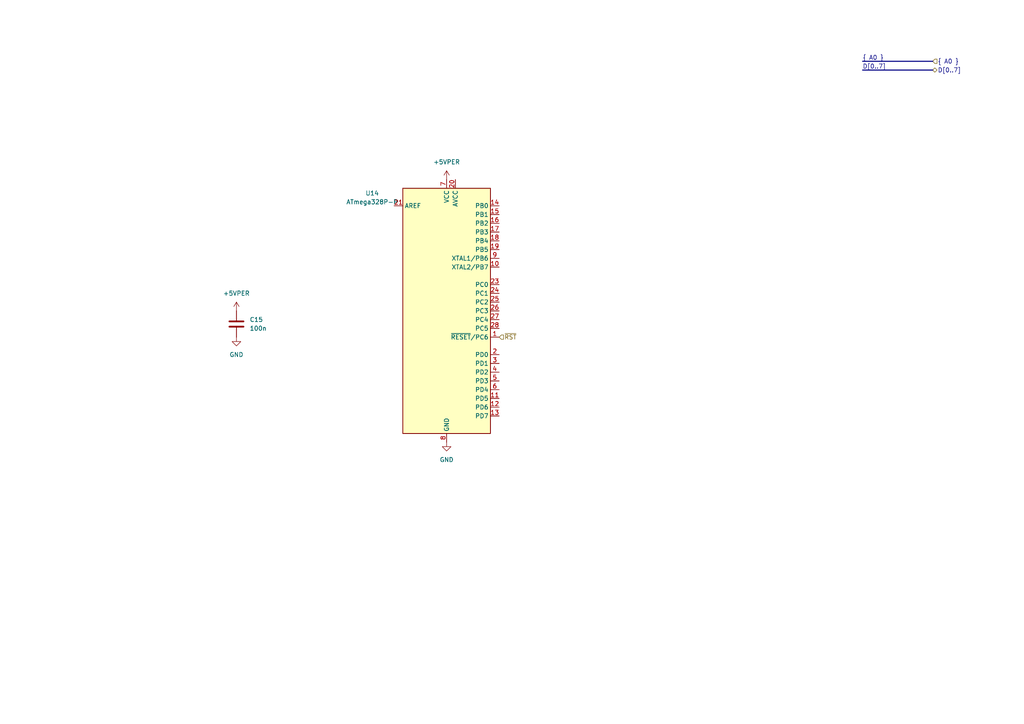
<source format=kicad_sch>
(kicad_sch (version 20230121) (generator eeschema)
  (paper "A4")
  (lib_symbols
    (symbol "Device:C" (pin_numbers hide) (pin_names (offset 0.254))
      (property "Reference" "C" (at 0.635 2.54 0))
      (property "Value" "C" (at 0.635 -2.54 0))
      (symbol "C_0_1"
        (polyline (pts (xy -2.032 -0.762) (xy 2.032 -0.762)) (stroke (width 0.508)))
        (polyline (pts (xy -2.032 0.762) (xy 2.032 0.762)) (stroke (width 0.508)))
      )
      (symbol "C_1_1"
        (pin passive line (at 0 3.81 270) (length 2.794) (name "~") (number "1"))
        (pin passive line (at 0 -3.81 90) (length 2.794) (name "~") (number "2"))
      )
    )
    (symbol "MCU_Microchip_ATmega:ATmega328P-P"
      (property "Reference" "U" (at -12.7 36.83 0))
      (property "Value" "ATmega328P-P" (at 2.54 -36.83 0))
      (symbol "ATmega328P-P_0_1"
        (rectangle (start -12.7 -35.56) (end 12.7 35.56) (stroke (width 0.254)) (fill (type background)))
      )
      (symbol "ATmega328P-P_1_1"
        (pin bidirectional line (at 15.24 -7.62 180) (length 2.54) (name "~{RESET}/PC6") (number "1"))
        (pin bidirectional line (at 15.24 12.7 180) (length 2.54) (name "XTAL2/PB7") (number "10"))
        (pin bidirectional line (at 15.24 -25.4 180) (length 2.54) (name "PD5") (number "11"))
        (pin bidirectional line (at 15.24 -27.94 180) (length 2.54) (name "PD6") (number "12"))
        (pin bidirectional line (at 15.24 -30.48 180) (length 2.54) (name "PD7") (number "13"))
        (pin bidirectional line (at 15.24 30.48 180) (length 2.54) (name "PB0") (number "14"))
        (pin bidirectional line (at 15.24 27.94 180) (length 2.54) (name "PB1") (number "15"))
        (pin bidirectional line (at 15.24 25.4 180) (length 2.54) (name "PB2") (number "16"))
        (pin bidirectional line (at 15.24 22.86 180) (length 2.54) (name "PB3") (number "17"))
        (pin bidirectional line (at 15.24 20.32 180) (length 2.54) (name "PB4") (number "18"))
        (pin bidirectional line (at 15.24 17.78 180) (length 2.54) (name "PB5") (number "19"))
        (pin bidirectional line (at 15.24 -12.7 180) (length 2.54) (name "PD0") (number "2"))
        (pin power_in line (at 2.54 38.1 270) (length 2.54) (name "AVCC") (number "20"))
        (pin passive line (at -15.24 30.48 0) (length 2.54) (name "AREF") (number "21"))
        (pin passive line (at 0 -38.1 90) (length 2.54) hide (name "GND") (number "22"))
        (pin bidirectional line (at 15.24 7.62 180) (length 2.54) (name "PC0") (number "23"))
        (pin bidirectional line (at 15.24 5.08 180) (length 2.54) (name "PC1") (number "24"))
        (pin bidirectional line (at 15.24 2.54 180) (length 2.54) (name "PC2") (number "25"))
        (pin bidirectional line (at 15.24 0 180) (length 2.54) (name "PC3") (number "26"))
        (pin bidirectional line (at 15.24 -2.54 180) (length 2.54) (name "PC4") (number "27"))
        (pin bidirectional line (at 15.24 -5.08 180) (length 2.54) (name "PC5") (number "28"))
        (pin bidirectional line (at 15.24 -15.24 180) (length 2.54) (name "PD1") (number "3"))
        (pin bidirectional line (at 15.24 -17.78 180) (length 2.54) (name "PD2") (number "4"))
        (pin bidirectional line (at 15.24 -20.32 180) (length 2.54) (name "PD3") (number "5"))
        (pin bidirectional line (at 15.24 -22.86 180) (length 2.54) (name "PD4") (number "6"))
        (pin power_in line (at 0 38.1 270) (length 2.54) (name "VCC") (number "7"))
        (pin power_in line (at 0 -38.1 90) (length 2.54) (name "GND") (number "8"))
        (pin bidirectional line (at 15.24 15.24 180) (length 2.54) (name "XTAL1/PB6") (number "9"))
      )
    )
    (symbol "m68k-hbc-pwr:+5VPER" (power) (in_bom no) (on_board no)
      (property "Value" "+5VPER" (at 0 3.81 0))
      (symbol "+5VPER_0_1"
        (polyline (pts (xy -0.762 1.27) (xy 0 2.54)))
        (polyline (pts (xy 0 0) (xy 0 2.54)))
        (polyline (pts (xy 0 2.54) (xy 0.762 1.27)))
      )
      (symbol "+5VPER_1_1"
        (pin power_in line (at 0 0 90) (length 0) hide (name "+5VPER") (number "1"))
      )
    )
    (symbol "power:GND" (power) (pin_names (offset 0))
      (property "Value" "GND" (at 0 -3.81 0))
      (symbol "GND_0_1"
        (polyline (pts (xy 0 0) (xy 0 -1.27) (xy 1.27 -1.27) (xy 0 -2.54) (xy -1.27 -1.27) (xy 0 -1.27)))
      )
      (symbol "GND_1_1"
        (pin power_in line (at 0 0 270) (length 0) hide (name "GND") (number "1"))
      )
    )
  )
  (bus (pts (xy 250.19 17.78) (xy 270.51 17.78)))
  (bus (pts (xy 250.19 20.32) (xy 270.51 20.32)))
  (label "{ A0 }" (at 250.19 17.78 0))
  (label "D[0..7]" (at 250.19 20.32 0))
  (hierarchical_label "~{RST}" (shape input) (at 144.78 97.79 0))
  (hierarchical_label "D[0..7]" (shape bidirectional) (at 270.51 20.32 0))
  (hierarchical_label "{ A0 }" (shape input) (at 270.51 17.78 0))
  (symbol (lib_id "power:GND") (at 129.54 128.27 0) (unit 1)
    (property "Reference" "#PWR096" (effects hide))
    (property "Value" "GND" (at 129.54 133.35 0))
  )
  (symbol (lib_id "m68k-hbc-pwr:+5VPER") (at 68.58 90.17 0) (unit 1) (in_bom no) (on_board no)
    (property "Reference" "#PWR077" (effects hide))
    (property "Value" "+5VPER" (at 68.58 85.09 0))
    (instances (project "m68k-hbc" (path "" (reference "#PWR077") (unit 1)) (path "" (reference "#PWR085") (unit 1)) (path "" (reference "#PWR093") (unit 1))))
  )
  (symbol (lib_id "MCU_Microchip_ATmega:ATmega328P-P") (at 129.54 90.17 0) (unit 1)
    (property "Reference" "U14" (at 107.95 56.0421 0))
    (property "Value" "ATmega328P-P" (at 107.95 58.5821 0))
    (property "Footprint" "Package_DIP:DIP-28_W7.62mm_Socket" (effects hide))
    (property "Datasheet" "http://ww1.microchip.com/downloads/en/DeviceDoc/ATmega328_P%20AVR%20MCU%20with%20picoPower%20Technology%20Data%20Sheet%2040001984A.pdf" (effects hide))
  )
  (symbol (lib_id "power:GND") (at 68.58 97.79 0) (unit 1)
    (property "Reference" "#PWR018" (effects hide))
    (property "Value" "GND" (at 68.58 102.87 0))
    (instances (project "m68k-hbc" (path "" (reference "#PWR018") (unit 1)) (path "" (reference "#PWR075") (unit 1)) (path "" (reference "#PWR087") (unit 1)) (path "" (reference "#PWR094") (unit 1))))
  )
  (symbol (lib_id "m68k-hbc-pwr:+5VPER") (at 129.54 52.07 0) (unit 1) (in_bom no) (on_board no)
    (property "Reference" "#PWR095" (effects hide))
    (property "Value" "+5VPER" (at 129.54 46.99 0))
  )
  (symbol (lib_id "Device:C") (at 68.58 93.98 0) (unit 1)
    (property "Reference" "C15" (at 72.39 92.71 0) (effects (justify left)))
    (property "Value" "100n" (at 72.39 95.25 0) (effects (justify left)))
    (property "Footprint" "Capacitor_THT:C_Disc_D6.0mm_W2.5mm_P5.00mm" (effects hide))
    (instances (project "m68k-hbc" (path "" (reference "C15") (unit 1)) (path "" (reference "C18") (unit 1)) (path "" (reference "C20") (unit 1)) (path "" (reference "C23") (unit 1)) (path "" (reference "C30") (unit 1))))
  )
)
</source>
